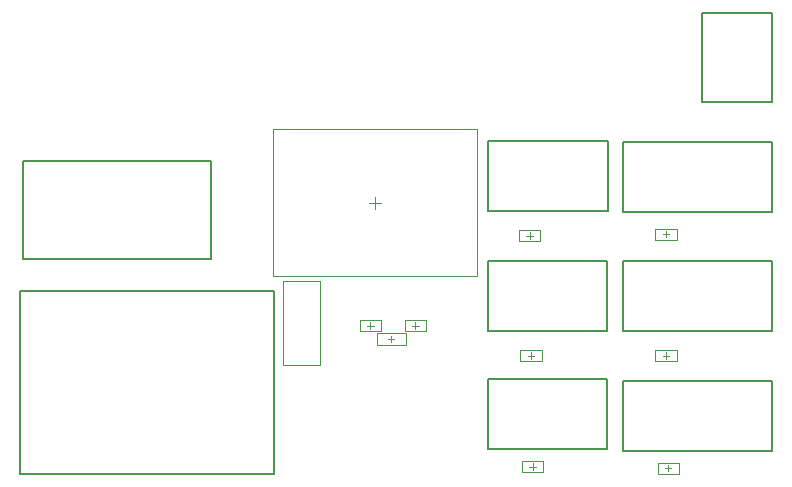
<source format=gbr>
G04*
G04 #@! TF.GenerationSoftware,Altium Limited,Altium Designer,23.10.1 (27)*
G04*
G04 Layer_Color=32768*
%FSLAX42Y42*%
%MOMM*%
G71*
G04*
G04 #@! TF.SameCoordinates,D45A84C9-24EE-431E-81B0-E16C7BED9CBD*
G04*
G04*
G04 #@! TF.FilePolarity,Positive*
G04*
G01*
G75*
%ADD10C,0.20*%
%ADD98C,0.10*%
%ADD102C,0.05*%
D10*
X1305Y-2715D02*
Y-1882D01*
X-289Y-2715D02*
X1305D01*
X-289D02*
Y-1882D01*
X1305D01*
X5457Y-1385D02*
X6052D01*
Y-625D01*
X5457D02*
X6052D01*
X5457Y-1385D02*
Y-625D01*
X3648Y-4323D02*
Y-3728D01*
Y-4323D02*
X4658D01*
Y-3728D01*
X3648D02*
X4658D01*
X6053Y-2317D02*
Y-1722D01*
X4793D02*
X6053D01*
X4793Y-2317D02*
Y-1722D01*
Y-2317D02*
X6053D01*
X-313Y-4534D02*
Y-2984D01*
Y-4534D02*
X1837D01*
Y-2984D01*
X-313D02*
X1837D01*
X3652Y-2306D02*
Y-1711D01*
Y-2306D02*
X4662D01*
Y-1711D01*
X3652D02*
X4662D01*
X3648Y-3322D02*
Y-2727D01*
Y-3322D02*
X4658D01*
Y-2727D01*
X3648D02*
X4658D01*
X6055Y-4338D02*
Y-3743D01*
X4795D02*
X6055D01*
X4795Y-4338D02*
Y-3743D01*
Y-4338D02*
X6055D01*
X6053Y-3320D02*
Y-2725D01*
X4793D02*
X6053D01*
X4793Y-3320D02*
Y-2725D01*
Y-3320D02*
X6053D01*
D98*
X2692Y-2285D02*
Y-2185D01*
X2642Y-2235D02*
X2742D01*
X2831Y-3416D02*
Y-3366D01*
X2806Y-3391D02*
X2856D01*
D102*
X5175Y-4511D02*
Y-4456D01*
X5147Y-4483D02*
X5202D01*
X5265Y-4528D02*
Y-4438D01*
X5085Y-4528D02*
Y-4438D01*
Y-4528D02*
X5265D01*
X5085Y-4438D02*
X5265D01*
X1832Y-2860D02*
X3552D01*
X1832Y-1610D02*
X3552D01*
Y-2860D02*
Y-1610D01*
X1832Y-2860D02*
Y-1610D01*
X2224Y-3609D02*
Y-2899D01*
X1916Y-3609D02*
X2224D01*
X1916D02*
Y-2899D01*
X2224D01*
X2956Y-3441D02*
Y-3341D01*
X2706Y-3441D02*
X2956D01*
X2706D02*
Y-3341D01*
X2956D01*
X2654Y-3304D02*
Y-3249D01*
X2627Y-3277D02*
X2682D01*
X2569Y-3322D02*
X2739D01*
X2569Y-3232D02*
X2739D01*
Y-3322D02*
Y-3232D01*
X2569Y-3322D02*
Y-3232D01*
X3035Y-3304D02*
Y-3249D01*
X3008Y-3277D02*
X3063D01*
X2950Y-3322D02*
X3120D01*
X2950Y-3232D02*
X3120D01*
Y-3322D02*
Y-3232D01*
X2950Y-3322D02*
Y-3232D01*
X4026Y-4498D02*
Y-4443D01*
X3998Y-4470D02*
X4053D01*
X4116Y-4515D02*
Y-4425D01*
X3936Y-4515D02*
Y-4425D01*
Y-4515D02*
X4116D01*
X3936Y-4425D02*
X4116D01*
X4001Y-2542D02*
Y-2487D01*
X3973Y-2515D02*
X4028D01*
X4090Y-2560D02*
Y-2470D01*
X3910Y-2560D02*
Y-2470D01*
Y-2560D02*
X4090D01*
X3910Y-2470D02*
X4090D01*
X4013Y-3558D02*
Y-3503D01*
X3986Y-3531D02*
X4041D01*
X4103Y-3576D02*
Y-3486D01*
X3923Y-3576D02*
Y-3486D01*
Y-3576D02*
X4103D01*
X3923Y-3486D02*
X4103D01*
X5156Y-2529D02*
Y-2474D01*
X5129Y-2502D02*
X5184D01*
X5246Y-2547D02*
Y-2457D01*
X5066Y-2547D02*
Y-2457D01*
Y-2547D02*
X5246D01*
X5066Y-2457D02*
X5246D01*
X5156Y-3558D02*
Y-3503D01*
X5129Y-3531D02*
X5184D01*
X5246Y-3576D02*
Y-3486D01*
X5066Y-3576D02*
Y-3486D01*
Y-3576D02*
X5246D01*
X5066Y-3486D02*
X5246D01*
M02*

</source>
